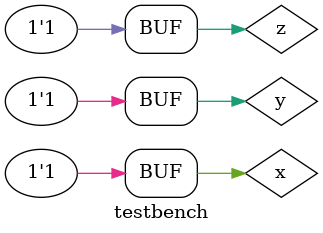
<source format=v>
`include "fadder.v"
module testbench; 
	reg x,y,z; 
	wire s,c; 
	fadder fl(s,c,x,y,z); 
	initial 
	$monitor(,$time,"x=%b,y=%b,z=%b,s=%b,c=%b",x,y,z,s,c); 
	initial 
	begin 
	#0 x=1'b0;y=1'b0;z=1'b0; 
	#4 x=1'b1;y=1'b0;z=1'b0; 
	#4 x=1'b0;y=1'b1;z=1'b0; 
	#4 x=1'b1;y=1'b1;z=1'b0; 
	#4 x=1'b0;y=1'b0;z=1'b1; 
	#4 x=1'b1;y=1'b0;z=1'b1; 
	#4 x=1'b0;y=1'b1;z=1'b1; 
	#4 x=1'b1;y=1'b1;z=1'b1; 
end 
endmodule

</source>
